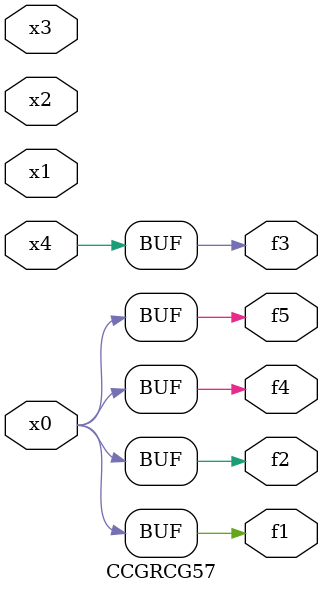
<source format=v>
module CCGRCG57(
	input x0, x1, x2, x3, x4,
	output f1, f2, f3, f4, f5
);
	assign f1 = x0;
	assign f2 = x0;
	assign f3 = x4;
	assign f4 = x0;
	assign f5 = x0;
endmodule

</source>
